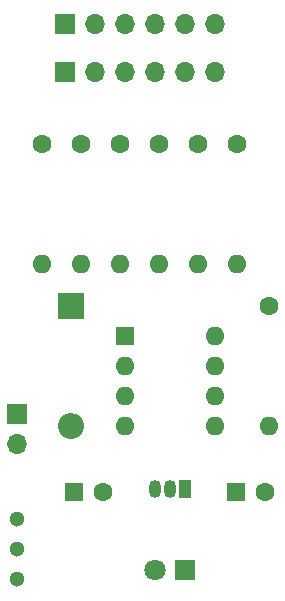
<source format=gbr>
G04 #@! TF.GenerationSoftware,KiCad,Pcbnew,(5.1.7)-1*
G04 #@! TF.CreationDate,2021-10-31T21:36:42-05:00*
G04 #@! TF.ProjectId,ATtiny85Carrier,41547469-6e79-4383-9543-617272696572,rev?*
G04 #@! TF.SameCoordinates,Original*
G04 #@! TF.FileFunction,Soldermask,Top*
G04 #@! TF.FilePolarity,Negative*
%FSLAX46Y46*%
G04 Gerber Fmt 4.6, Leading zero omitted, Abs format (unit mm)*
G04 Created by KiCad (PCBNEW (5.1.7)-1) date 2021-10-31 21:36:42*
%MOMM*%
%LPD*%
G01*
G04 APERTURE LIST*
%ADD10R,1.700000X1.700000*%
%ADD11O,1.700000X1.700000*%
%ADD12R,2.200000X2.200000*%
%ADD13O,2.200000X2.200000*%
%ADD14R,1.800000X1.800000*%
%ADD15C,1.800000*%
%ADD16C,1.600000*%
%ADD17O,1.600000X1.600000*%
%ADD18C,1.300000*%
%ADD19R,1.600000X1.600000*%
%ADD20O,1.050000X1.500000*%
%ADD21R,1.050000X1.500000*%
G04 APERTURE END LIST*
D10*
G04 #@! TO.C,BT1*
X116332000Y-135636000D03*
D11*
X116332000Y-138176000D03*
G04 #@! TD*
D12*
G04 #@! TO.C,D1*
X120904000Y-126492000D03*
D13*
X120904000Y-136652000D03*
G04 #@! TD*
D14*
G04 #@! TO.C,D2*
X130556000Y-148844000D03*
D15*
X128016000Y-148844000D03*
G04 #@! TD*
D10*
G04 #@! TO.C,J2*
X120396000Y-106680000D03*
D11*
X122936000Y-106680000D03*
X125476000Y-106680000D03*
X128016000Y-106680000D03*
X130556000Y-106680000D03*
X133096000Y-106680000D03*
G04 #@! TD*
G04 #@! TO.C,J3*
X133096000Y-102616000D03*
X130556000Y-102616000D03*
X128016000Y-102616000D03*
X125476000Y-102616000D03*
X122936000Y-102616000D03*
D10*
X120396000Y-102616000D03*
G04 #@! TD*
D16*
G04 #@! TO.C,R1*
X135001000Y-112776000D03*
D17*
X135001000Y-122936000D03*
G04 #@! TD*
D16*
G04 #@! TO.C,R2*
X128397000Y-112776000D03*
D17*
X128397000Y-122936000D03*
G04 #@! TD*
D16*
G04 #@! TO.C,R3*
X121793000Y-112776000D03*
D17*
X121793000Y-122936000D03*
G04 #@! TD*
G04 #@! TO.C,R4*
X131699000Y-122936000D03*
D16*
X131699000Y-112776000D03*
G04 #@! TD*
D17*
G04 #@! TO.C,R5*
X125095000Y-122936000D03*
D16*
X125095000Y-112776000D03*
G04 #@! TD*
D17*
G04 #@! TO.C,R6*
X118491000Y-122936000D03*
D16*
X118491000Y-112776000D03*
G04 #@! TD*
G04 #@! TO.C,R7*
X137668000Y-126492000D03*
D17*
X137668000Y-136652000D03*
G04 #@! TD*
D18*
G04 #@! TO.C,SW1*
X116332000Y-147066000D03*
X116332000Y-144526000D03*
X116332000Y-149606000D03*
G04 #@! TD*
D19*
G04 #@! TO.C,U1*
X125476000Y-129032000D03*
D17*
X133096000Y-136652000D03*
X125476000Y-131572000D03*
X133096000Y-134112000D03*
X125476000Y-134112000D03*
X133096000Y-131572000D03*
X125476000Y-136652000D03*
X133096000Y-129032000D03*
G04 #@! TD*
D20*
G04 #@! TO.C,U2*
X129286000Y-141986000D03*
X128016000Y-141986000D03*
D21*
X130556000Y-141986000D03*
G04 #@! TD*
D19*
G04 #@! TO.C,C1*
X121158000Y-142240000D03*
D16*
X123658000Y-142240000D03*
G04 #@! TD*
G04 #@! TO.C,C2*
X137374000Y-142240000D03*
D19*
X134874000Y-142240000D03*
G04 #@! TD*
M02*

</source>
